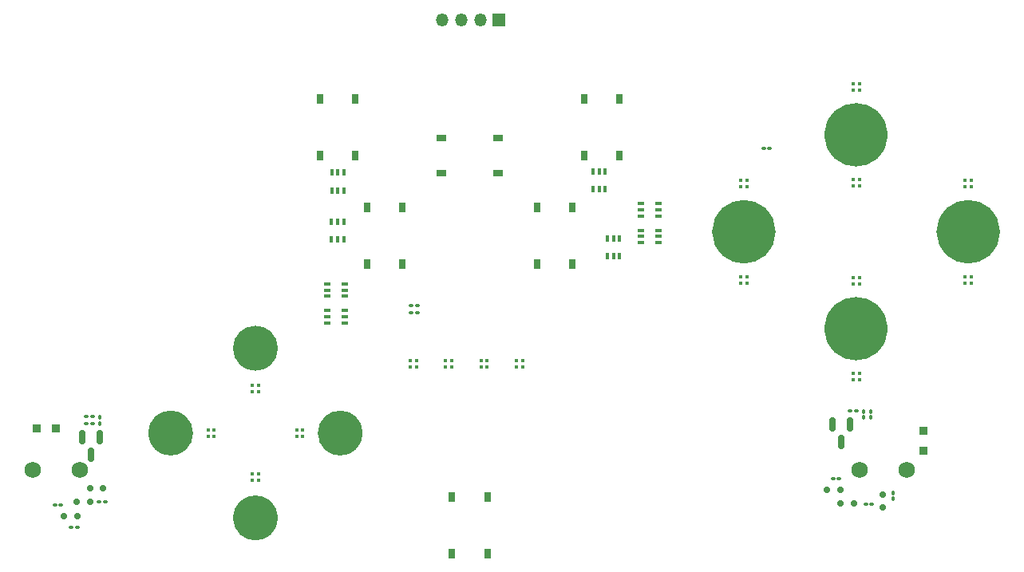
<source format=gbr>
%TF.GenerationSoftware,KiCad,Pcbnew,8.0.2*%
%TF.CreationDate,2025-05-18T15:38:24-07:00*%
%TF.ProjectId,PGS_Main_Board,5047535f-4d61-4696-9e5f-426f6172642e,rev?*%
%TF.SameCoordinates,Original*%
%TF.FileFunction,Soldermask,Top*%
%TF.FilePolarity,Negative*%
%FSLAX46Y46*%
G04 Gerber Fmt 4.6, Leading zero omitted, Abs format (unit mm)*
G04 Created by KiCad (PCBNEW 8.0.2) date 2025-05-18 15:38:24*
%MOMM*%
%LPD*%
G01*
G04 APERTURE LIST*
G04 Aperture macros list*
%AMRoundRect*
0 Rectangle with rounded corners*
0 $1 Rounding radius*
0 $2 $3 $4 $5 $6 $7 $8 $9 X,Y pos of 4 corners*
0 Add a 4 corners polygon primitive as box body*
4,1,4,$2,$3,$4,$5,$6,$7,$8,$9,$2,$3,0*
0 Add four circle primitives for the rounded corners*
1,1,$1+$1,$2,$3*
1,1,$1+$1,$4,$5*
1,1,$1+$1,$6,$7*
1,1,$1+$1,$8,$9*
0 Add four rect primitives between the rounded corners*
20,1,$1+$1,$2,$3,$4,$5,0*
20,1,$1+$1,$4,$5,$6,$7,0*
20,1,$1+$1,$6,$7,$8,$9,0*
20,1,$1+$1,$8,$9,$2,$3,0*%
G04 Aperture macros list end*
%ADD10C,3.356250*%
%ADD11C,2.400000*%
%ADD12R,0.370000X0.370000*%
%ADD13RoundRect,0.100000X0.225000X0.100000X-0.225000X0.100000X-0.225000X-0.100000X0.225000X-0.100000X0*%
%ADD14RoundRect,0.150000X0.150000X0.200000X-0.150000X0.200000X-0.150000X-0.200000X0.150000X-0.200000X0*%
%ADD15R,0.850000X0.850000*%
%ADD16RoundRect,0.150000X-0.150000X-0.200000X0.150000X-0.200000X0.150000X0.200000X-0.150000X0.200000X0*%
%ADD17RoundRect,0.150000X0.200000X-0.150000X0.200000X0.150000X-0.200000X0.150000X-0.200000X-0.150000X0*%
%ADD18RoundRect,0.100000X0.130000X0.100000X-0.130000X0.100000X-0.130000X-0.100000X0.130000X-0.100000X0*%
%ADD19RoundRect,0.100000X0.100000X-0.225000X0.100000X0.225000X-0.100000X0.225000X-0.100000X-0.225000X0*%
%ADD20R,0.750000X1.000000*%
%ADD21RoundRect,0.100000X-0.130000X-0.100000X0.130000X-0.100000X0.130000X0.100000X-0.130000X0.100000X0*%
%ADD22RoundRect,0.100000X-0.225000X-0.100000X0.225000X-0.100000X0.225000X0.100000X-0.225000X0.100000X0*%
%ADD23RoundRect,0.100000X-0.100000X0.130000X-0.100000X-0.130000X0.100000X-0.130000X0.100000X0.130000X0*%
%ADD24R,1.000000X0.750000*%
%ADD25RoundRect,0.100000X0.100000X-0.130000X0.100000X0.130000X-0.100000X0.130000X-0.100000X-0.130000X0*%
%ADD26RoundRect,0.150000X-0.150000X0.587500X-0.150000X-0.587500X0.150000X-0.587500X0.150000X0.587500X0*%
%ADD27RoundRect,0.100000X-0.100000X0.225000X-0.100000X-0.225000X0.100000X-0.225000X0.100000X0.225000X0*%
%ADD28C,1.750000*%
%ADD29R,1.350000X1.350000*%
%ADD30O,1.350000X1.350000*%
G04 APERTURE END LIST*
%TO.C,SW13*%
D10*
X113430859Y-47504086D02*
G75*
G02*
X110074609Y-47504086I-1678125J0D01*
G01*
X110074609Y-47504086D02*
G75*
G02*
X113430859Y-47504086I1678125J0D01*
G01*
%TO.C,SW10*%
X113430859Y-26929086D02*
G75*
G02*
X110074609Y-26929086I-1678125J0D01*
G01*
X110074609Y-26929086D02*
G75*
G02*
X113430859Y-26929086I1678125J0D01*
G01*
%TO.C,SW6*%
D11*
X40238831Y-58584449D02*
G75*
G02*
X37838831Y-58584449I-1200000J0D01*
G01*
X37838831Y-58584449D02*
G75*
G02*
X40238831Y-58584449I1200000J0D01*
G01*
%TO.C,SW12*%
D10*
X101530859Y-37216586D02*
G75*
G02*
X98174609Y-37216586I-1678125J0D01*
G01*
X98174609Y-37216586D02*
G75*
G02*
X101530859Y-37216586I1678125J0D01*
G01*
%TO.C,SW8*%
D11*
X49238830Y-67584449D02*
G75*
G02*
X46838830Y-67584449I-1200000J0D01*
G01*
X46838830Y-67584449D02*
G75*
G02*
X49238830Y-67584449I1200000J0D01*
G01*
%TO.C,SW11*%
D10*
X125330860Y-37216585D02*
G75*
G02*
X121974610Y-37216585I-1678125J0D01*
G01*
X121974610Y-37216585D02*
G75*
G02*
X125330860Y-37216585I1678125J0D01*
G01*
%TO.C,SW7*%
D11*
X58238830Y-58584449D02*
G75*
G02*
X55838830Y-58584449I-1200000J0D01*
G01*
X55838830Y-58584449D02*
G75*
G02*
X58238830Y-58584449I1200000J0D01*
G01*
%TO.C,SW5*%
X49238830Y-49584449D02*
G75*
G02*
X46838830Y-49584449I-1200000J0D01*
G01*
X46838830Y-49584449D02*
G75*
G02*
X49238830Y-49584449I1200000J0D01*
G01*
%TD*%
D12*
%TO.C,RGB1*%
X111417734Y-32364086D03*
X112087734Y-32364086D03*
X112087734Y-31694086D03*
X111417734Y-31694086D03*
%TD*%
%TO.C,RGB11*%
X68208091Y-51546695D03*
X68878091Y-51546695D03*
X68878091Y-50876695D03*
X68208091Y-50876695D03*
%TD*%
D13*
%TO.C,D15*%
X90824134Y-38357323D03*
X90824134Y-37707323D03*
X90824134Y-37057323D03*
X88924134Y-37057323D03*
X88924134Y-37707323D03*
X88924134Y-38357323D03*
%TD*%
D12*
%TO.C,RGB6*%
X111417734Y-52939086D03*
X112087734Y-52939086D03*
X112087734Y-52269086D03*
X111417734Y-52269086D03*
%TD*%
D14*
%TO.C,D4*%
X30475000Y-64434247D03*
X31875000Y-64434247D03*
%TD*%
D12*
%TO.C,RGB5*%
X111417735Y-42739087D03*
X112087735Y-42739087D03*
X112087735Y-42069087D03*
X111417735Y-42069087D03*
%TD*%
D15*
%TO.C,T2*%
X24799999Y-58100000D03*
%TD*%
D12*
%TO.C,RGB15*%
X43003832Y-58919448D03*
X43673832Y-58919448D03*
X43673832Y-58249448D03*
X43003832Y-58249448D03*
%TD*%
D16*
%TO.C,D1*%
X29125000Y-67400000D03*
X27725000Y-67400000D03*
%TD*%
D17*
%TO.C,D2*%
X114550000Y-65075000D03*
X114550000Y-66475000D03*
%TD*%
D18*
%TO.C,C14*%
X109970000Y-63400000D03*
X109330000Y-63400000D03*
%TD*%
D16*
%TO.C,D5*%
X111525000Y-66050000D03*
X110125000Y-66050000D03*
%TD*%
D18*
%TO.C,C9*%
X30757501Y-57600000D03*
X30117501Y-57600000D03*
%TD*%
D12*
%TO.C,RGB8*%
X99517735Y-32451586D03*
X100187735Y-32451586D03*
X100187735Y-31781586D03*
X99517735Y-31781586D03*
%TD*%
%TO.C,RGB13*%
X52403830Y-58919448D03*
X53073830Y-58919448D03*
X53073830Y-58249448D03*
X52403830Y-58249448D03*
%TD*%
D15*
%TO.C,T3*%
X118925000Y-58375000D03*
%TD*%
D19*
%TO.C,D9*%
X56100000Y-38050001D03*
X56750000Y-38050001D03*
X57400000Y-38050001D03*
X57400000Y-36150001D03*
X56750000Y-36150001D03*
X56100000Y-36150001D03*
%TD*%
D16*
%TO.C,D6*%
X110075000Y-64575000D03*
X108675000Y-64575000D03*
%TD*%
D18*
%TO.C,R9*%
X27395000Y-66200000D03*
X26755000Y-66200000D03*
%TD*%
D20*
%TO.C,SW2*%
X59897471Y-40632897D03*
X59897471Y-34632897D03*
X63647471Y-40632897D03*
X63647471Y-34632897D03*
%TD*%
D12*
%TO.C,RGB14*%
X47703830Y-63619448D03*
X48373830Y-63619448D03*
X48373830Y-62949448D03*
X47703830Y-62949448D03*
%TD*%
D18*
%TO.C,R29*%
X65190000Y-45025000D03*
X64550000Y-45025000D03*
%TD*%
D21*
%TO.C,R24*%
X101955000Y-28400000D03*
X102595000Y-28400000D03*
%TD*%
D22*
%TO.C,D13*%
X55650000Y-42750000D03*
X55650000Y-43400000D03*
X55650000Y-44050000D03*
X57550000Y-44050000D03*
X57550000Y-43400000D03*
X57550000Y-42750000D03*
%TD*%
D20*
%TO.C,SW4*%
X77920603Y-40632897D03*
X77920603Y-34632897D03*
X81670603Y-40632897D03*
X81670603Y-34632897D03*
%TD*%
D19*
%TO.C,D12*%
X85375000Y-39825001D03*
X86025000Y-39825001D03*
X86675000Y-39825001D03*
X86675000Y-37925001D03*
X86025000Y-37925001D03*
X85375000Y-37925001D03*
%TD*%
D21*
%TO.C,R5*%
X30117501Y-56825000D03*
X30757501Y-56825000D03*
%TD*%
D12*
%TO.C,RGB9*%
X75708093Y-51546695D03*
X76378093Y-51546695D03*
X76378093Y-50876695D03*
X75708093Y-50876695D03*
%TD*%
D23*
%TO.C,C10*%
X113350000Y-56280000D03*
X113350000Y-56920000D03*
%TD*%
D12*
%TO.C,RGB7*%
X99517735Y-42651587D03*
X100187735Y-42651587D03*
X100187735Y-41981587D03*
X99517735Y-41981587D03*
%TD*%
D21*
%TO.C,C11*%
X28480000Y-68550000D03*
X29120000Y-68550000D03*
%TD*%
D12*
%TO.C,RGB2*%
X111417735Y-22164087D03*
X112087735Y-22164087D03*
X112087735Y-21494087D03*
X111417735Y-21494087D03*
%TD*%
D24*
%TO.C,SW15*%
X67780001Y-27261254D03*
X73780001Y-27261254D03*
X67780001Y-31011254D03*
X73780001Y-31011254D03*
%TD*%
D25*
%TO.C,C13*%
X115675000Y-65545000D03*
X115675000Y-64905000D03*
%TD*%
D15*
%TO.C,T4*%
X118925000Y-60450000D03*
%TD*%
D12*
%TO.C,RGB3*%
X123317735Y-42651586D03*
X123987735Y-42651586D03*
X123987735Y-41981586D03*
X123317735Y-41981586D03*
%TD*%
D18*
%TO.C,R8*%
X111770000Y-56250000D03*
X111130000Y-56250000D03*
%TD*%
D23*
%TO.C,R7*%
X31562501Y-56930000D03*
X31562501Y-57570000D03*
%TD*%
D13*
%TO.C,D16*%
X90820689Y-35553012D03*
X90820689Y-34903012D03*
X90820689Y-34253012D03*
X88920689Y-34253012D03*
X88920689Y-34903012D03*
X88920689Y-35553012D03*
%TD*%
D21*
%TO.C,C12*%
X31480000Y-65900000D03*
X32120000Y-65900000D03*
%TD*%
%TO.C,R10*%
X112780000Y-66150000D03*
X113420000Y-66150000D03*
%TD*%
D14*
%TO.C,D3*%
X29073664Y-65918303D03*
X30473664Y-65918303D03*
%TD*%
D12*
%TO.C,RGB12*%
X64458092Y-51546695D03*
X65128092Y-51546695D03*
X65128092Y-50876695D03*
X64458092Y-50876695D03*
%TD*%
D21*
%TO.C,R28*%
X64555000Y-45780136D03*
X65195000Y-45780136D03*
%TD*%
D26*
%TO.C,Q1*%
X31562501Y-59012500D03*
X29662501Y-59012500D03*
X30612501Y-60887500D03*
%TD*%
D20*
%TO.C,SW1*%
X54897472Y-29132898D03*
X54897472Y-23132898D03*
X58647472Y-29132898D03*
X58647472Y-23132898D03*
%TD*%
D15*
%TO.C,T1*%
X26875000Y-58100000D03*
%TD*%
D25*
%TO.C,R6*%
X112575000Y-56920000D03*
X112575000Y-56280000D03*
%TD*%
D27*
%TO.C,D11*%
X85162500Y-30800000D03*
X84512500Y-30800000D03*
X83862500Y-30800000D03*
X83862500Y-32700000D03*
X84512500Y-32700000D03*
X85162500Y-32700000D03*
%TD*%
D12*
%TO.C,RGB4*%
X123317735Y-32451587D03*
X123987735Y-32451587D03*
X123987735Y-31781587D03*
X123317735Y-31781587D03*
%TD*%
%TO.C,RGB16*%
X47703830Y-54219448D03*
X48373830Y-54219448D03*
X48373830Y-53549448D03*
X47703830Y-53549448D03*
%TD*%
%TO.C,RGB10*%
X71958091Y-51546695D03*
X72628091Y-51546695D03*
X72628091Y-50876695D03*
X71958091Y-50876695D03*
%TD*%
D26*
%TO.C,Q2*%
X111125000Y-57662500D03*
X109225000Y-57662500D03*
X110175000Y-59537500D03*
%TD*%
D20*
%TO.C,SW16*%
X72647472Y-65382898D03*
X72647472Y-71382898D03*
X68897472Y-65382898D03*
X68897472Y-71382898D03*
%TD*%
D27*
%TO.C,D8*%
X57437499Y-30950000D03*
X56787499Y-30950000D03*
X56137499Y-30950000D03*
X56137499Y-32850000D03*
X56787499Y-32850000D03*
X57437499Y-32850000D03*
%TD*%
D22*
%TO.C,D14*%
X55650000Y-45600000D03*
X55650000Y-46250000D03*
X55650000Y-46900000D03*
X57550000Y-46900000D03*
X57550000Y-46250000D03*
X57550000Y-45600000D03*
%TD*%
D20*
%TO.C,SW3*%
X82920604Y-29132897D03*
X82920604Y-23132897D03*
X86670604Y-29132897D03*
X86670604Y-23132897D03*
%TD*%
D28*
%TO.C,SW9*%
X24406262Y-62529128D03*
X29406262Y-62529128D03*
%TD*%
%TO.C,SW14*%
X112161814Y-62529128D03*
X117161814Y-62529128D03*
%TD*%
D29*
%TO.C,J8*%
X73880000Y-14750000D03*
D30*
X71880000Y-14750000D03*
X69880000Y-14750000D03*
X67880000Y-14750000D03*
%TD*%
M02*

</source>
